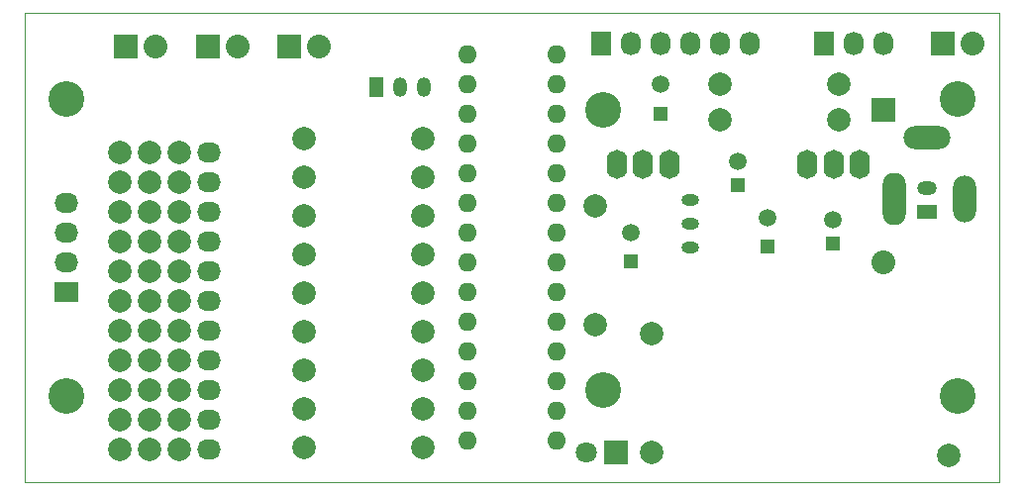
<source format=gbr>
G04 #@! TF.FileFunction,Soldermask,Bot*
%FSLAX46Y46*%
G04 Gerber Fmt 4.6, Leading zero omitted, Abs format (unit mm)*
G04 Created by KiCad (PCBNEW 4.0.5+dfsg1-4~bpo8+1) date Wed Apr 26 23:39:42 2017*
%MOMM*%
%LPD*%
G01*
G04 APERTURE LIST*
%ADD10C,0.100000*%
%ADD11R,2.032000X1.727200*%
%ADD12O,2.032000X1.727200*%
%ADD13R,1.727200X2.032000*%
%ADD14O,1.727200X2.032000*%
%ADD15R,1.699260X1.198880*%
%ADD16O,1.699260X1.198880*%
%ADD17O,4.000500X1.998980*%
%ADD18O,1.998980X4.000500*%
%ADD19O,1.998980X4.500880*%
%ADD20R,1.198880X1.699260*%
%ADD21O,1.198880X1.699260*%
%ADD22R,2.032000X2.032000*%
%ADD23O,2.032000X2.032000*%
%ADD24R,2.000000X2.000000*%
%ADD25C,1.800000*%
%ADD26R,1.300000X1.300000*%
%ADD27C,1.500000*%
%ADD28O,1.500000X1.000000*%
%ADD29C,1.998980*%
%ADD30C,2.000000*%
%ADD31C,3.048000*%
%ADD32O,1.747520X2.499360*%
%ADD33O,1.600000X1.600000*%
G04 APERTURE END LIST*
D10*
X219456000Y-140716000D02*
X136144000Y-140716000D01*
X219456000Y-100584000D02*
X219456000Y-140716000D01*
X136144000Y-100584000D02*
X219456000Y-100584000D01*
X136144000Y-140716000D02*
X136144000Y-100584000D01*
D11*
X139700000Y-124460000D03*
D12*
X139700000Y-121920000D03*
X139700000Y-119380000D03*
X139700000Y-116840000D03*
D13*
X204470000Y-103251000D03*
D14*
X207010000Y-103251000D03*
X209550000Y-103251000D03*
D15*
X213233000Y-117602000D03*
D16*
X213233000Y-115600480D03*
D17*
X213233000Y-111252000D03*
D18*
X216484200Y-116552980D03*
D19*
X210482180Y-116552980D03*
D20*
X166149020Y-106934000D03*
D21*
X168181020Y-106934000D03*
X170213020Y-106934000D03*
D22*
X209550000Y-108920000D03*
D23*
X209550000Y-121920000D03*
D24*
X186690000Y-138176000D03*
D25*
X184150000Y-138176000D03*
D26*
X205232000Y-120364000D03*
D27*
X205232000Y-118332000D03*
D26*
X199644000Y-120610000D03*
D27*
X199644000Y-118110000D03*
D28*
X193040000Y-118618000D03*
X193040000Y-120650000D03*
X193040000Y-116586000D03*
D29*
X170180000Y-124587000D03*
X160020000Y-124587000D03*
D30*
X149352000Y-115062000D03*
X144272000Y-112539629D03*
X146812000Y-112522000D03*
X149352000Y-112522000D03*
D12*
X151892000Y-115062000D03*
X151892000Y-117602000D03*
X151892000Y-120142000D03*
X151892000Y-122682000D03*
X151892000Y-125222000D03*
X151892000Y-127762000D03*
X151892000Y-130302000D03*
X151892000Y-132842000D03*
X151892000Y-137922000D03*
X151892000Y-135382000D03*
X151892000Y-112522000D03*
D30*
X146812000Y-115062000D03*
X144272000Y-115062000D03*
X146812000Y-117602000D03*
X144272000Y-117602000D03*
X149352000Y-120159629D03*
X149352000Y-122699629D03*
X149352000Y-125239629D03*
X149352000Y-117602000D03*
X146812000Y-122682000D03*
X146812000Y-120142000D03*
X144272000Y-125222000D03*
X146812000Y-125222000D03*
X144272000Y-120142000D03*
X144272000Y-122682000D03*
X146812000Y-132859629D03*
X146812000Y-137939629D03*
X144272000Y-135399629D03*
X144272000Y-132859629D03*
X144272000Y-137939629D03*
X146812000Y-135399629D03*
X144272000Y-127762000D03*
X144272000Y-130302000D03*
X146812000Y-127762000D03*
X149352000Y-130319629D03*
X146812000Y-130319629D03*
X149352000Y-127779629D03*
X149352000Y-132859629D03*
X149352000Y-137939629D03*
X149352000Y-135399629D03*
D31*
X139700000Y-133350000D03*
X139700000Y-107950000D03*
X215900000Y-107950000D03*
X215900000Y-133350000D03*
X185547000Y-132905500D03*
X185534300Y-108915200D03*
D29*
X160020000Y-121285000D03*
X170180000Y-121285000D03*
X160020000Y-117983000D03*
X170180000Y-117983000D03*
X160020000Y-131191000D03*
X170180000Y-131191000D03*
X160020000Y-127889000D03*
X170180000Y-127889000D03*
X160020000Y-137795000D03*
X170180000Y-137795000D03*
X160020000Y-134493000D03*
X170180000Y-134493000D03*
X205740000Y-109728000D03*
X195580000Y-109728000D03*
X160020000Y-111379000D03*
X170180000Y-111379000D03*
X160020000Y-114681000D03*
X170180000Y-114681000D03*
D22*
X158750000Y-103505000D03*
D23*
X161290000Y-103505000D03*
D22*
X151765000Y-103505000D03*
D23*
X154305000Y-103505000D03*
D22*
X144780000Y-103505000D03*
D23*
X147320000Y-103505000D03*
D29*
X189738000Y-128016000D03*
X189738000Y-138176000D03*
X184912000Y-117094000D03*
X184912000Y-127254000D03*
X205740000Y-106680000D03*
X195580000Y-106680000D03*
D13*
X185420000Y-103251000D03*
D14*
X187960000Y-103251000D03*
X190500000Y-103251000D03*
X193040000Y-103251000D03*
X195580000Y-103251000D03*
X198120000Y-103251000D03*
D30*
X215138000Y-138430000D03*
D32*
X186728100Y-113538000D03*
X188976000Y-113538000D03*
X191223900Y-113538000D03*
X203022200Y-113538000D03*
X205270100Y-113538000D03*
X207518000Y-113538000D03*
D33*
X173990000Y-104140000D03*
X173990000Y-106680000D03*
X173990000Y-109220000D03*
X173990000Y-111760000D03*
X173990000Y-114300000D03*
X173990000Y-116840000D03*
X173990000Y-119380000D03*
X173990000Y-121920000D03*
X173990000Y-124460000D03*
X173990000Y-127000000D03*
X173990000Y-129540000D03*
X173990000Y-132080000D03*
X173990000Y-134620000D03*
X173990000Y-137160000D03*
X181610000Y-137160000D03*
X181610000Y-134620000D03*
X181610000Y-132080000D03*
X181610000Y-129540000D03*
X181610000Y-127000000D03*
X181610000Y-124460000D03*
X181610000Y-121920000D03*
X181610000Y-119380000D03*
X181610000Y-116840000D03*
X181610000Y-114300000D03*
X181610000Y-111760000D03*
X181610000Y-109220000D03*
X181610000Y-106680000D03*
X181610000Y-104140000D03*
D26*
X187960000Y-121880000D03*
D27*
X187960000Y-119380000D03*
D26*
X190500000Y-109220000D03*
D27*
X190500000Y-106720000D03*
D26*
X197104000Y-115316000D03*
D27*
X197104000Y-113284000D03*
D22*
X214630000Y-103251000D03*
D23*
X217170000Y-103251000D03*
M02*

</source>
